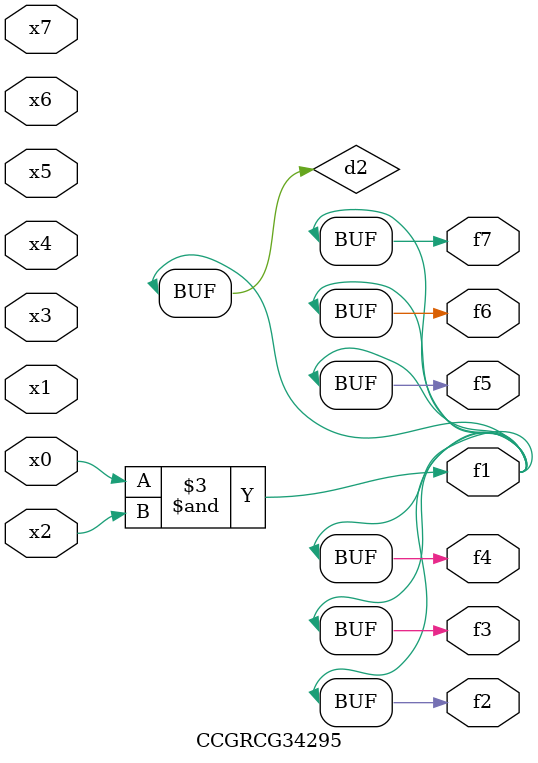
<source format=v>
module CCGRCG34295(
	input x0, x1, x2, x3, x4, x5, x6, x7,
	output f1, f2, f3, f4, f5, f6, f7
);

	wire d1, d2;

	nor (d1, x3, x6);
	and (d2, x0, x2);
	assign f1 = d2;
	assign f2 = d2;
	assign f3 = d2;
	assign f4 = d2;
	assign f5 = d2;
	assign f6 = d2;
	assign f7 = d2;
endmodule

</source>
